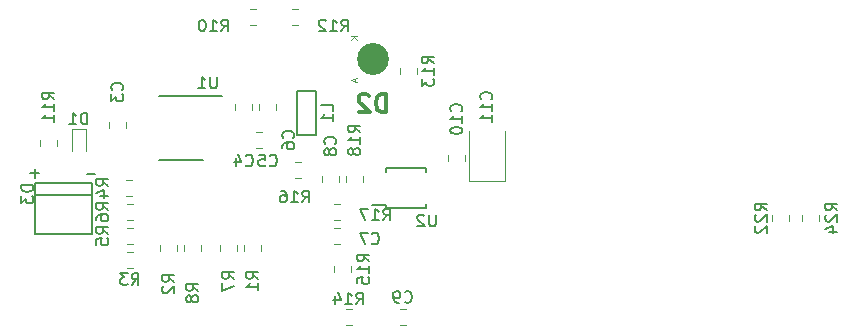
<source format=gbr>
%TF.GenerationSoftware,KiCad,Pcbnew,7.0.5.1-1-g8f565ef7f0-dirty-deb11*%
%TF.CreationDate,2023-07-05T14:45:51+00:00*%
%TF.ProjectId,VCAI2C02,56434149-3243-4303-922e-6b696361645f,rev?*%
%TF.SameCoordinates,Original*%
%TF.FileFunction,Legend,Bot*%
%TF.FilePolarity,Positive*%
%FSLAX46Y46*%
G04 Gerber Fmt 4.6, Leading zero omitted, Abs format (unit mm)*
G04 Created by KiCad (PCBNEW 7.0.5.1-1-g8f565ef7f0-dirty-deb11) date 2023-07-05 14:45:51*
%MOMM*%
%LPD*%
G01*
G04 APERTURE LIST*
%ADD10C,0.150000*%
%ADD11C,0.304800*%
%ADD12C,0.099060*%
%ADD13C,0.120000*%
%ADD14C,2.700000*%
G04 APERTURE END LIST*
D10*
%TO.C,D3*%
X-3609180Y-10437905D02*
X-4609180Y-10437905D01*
X-4609180Y-10437905D02*
X-4609180Y-10676000D01*
X-4609180Y-10676000D02*
X-4561561Y-10818857D01*
X-4561561Y-10818857D02*
X-4466323Y-10914095D01*
X-4466323Y-10914095D02*
X-4371085Y-10961714D01*
X-4371085Y-10961714D02*
X-4180609Y-11009333D01*
X-4180609Y-11009333D02*
X-4037752Y-11009333D01*
X-4037752Y-11009333D02*
X-3847276Y-10961714D01*
X-3847276Y-10961714D02*
X-3752038Y-10914095D01*
X-3752038Y-10914095D02*
X-3656800Y-10818857D01*
X-3656800Y-10818857D02*
X-3609180Y-10676000D01*
X-3609180Y-10676000D02*
X-3609180Y-10437905D01*
X-4609180Y-11342667D02*
X-4609180Y-11961714D01*
X-4609180Y-11961714D02*
X-4228228Y-11628381D01*
X-4228228Y-11628381D02*
X-4228228Y-11771238D01*
X-4228228Y-11771238D02*
X-4180609Y-11866476D01*
X-4180609Y-11866476D02*
X-4132990Y-11914095D01*
X-4132990Y-11914095D02*
X-4037752Y-11961714D01*
X-4037752Y-11961714D02*
X-3799657Y-11961714D01*
X-3799657Y-11961714D02*
X-3704419Y-11914095D01*
X-3704419Y-11914095D02*
X-3656800Y-11866476D01*
X-3656800Y-11866476D02*
X-3609180Y-11771238D01*
X-3609180Y-11771238D02*
X-3609180Y-11485524D01*
X-3609180Y-11485524D02*
X-3656800Y-11390286D01*
X-3656800Y-11390286D02*
X-3704419Y-11342667D01*
%TO.C,L1*%
X21790819Y-4151333D02*
X21790819Y-3675143D01*
X21790819Y-3675143D02*
X20790819Y-3675143D01*
X21790819Y-5008476D02*
X21790819Y-4437048D01*
X21790819Y-4722762D02*
X20790819Y-4722762D01*
X20790819Y-4722762D02*
X20933676Y-4627524D01*
X20933676Y-4627524D02*
X21028914Y-4532286D01*
X21028914Y-4532286D02*
X21076533Y-4437048D01*
%TO.C,U1*%
X11937904Y-1232819D02*
X11937904Y-2042342D01*
X11937904Y-2042342D02*
X11890285Y-2137580D01*
X11890285Y-2137580D02*
X11842666Y-2185200D01*
X11842666Y-2185200D02*
X11747428Y-2232819D01*
X11747428Y-2232819D02*
X11556952Y-2232819D01*
X11556952Y-2232819D02*
X11461714Y-2185200D01*
X11461714Y-2185200D02*
X11414095Y-2137580D01*
X11414095Y-2137580D02*
X11366476Y-2042342D01*
X11366476Y-2042342D02*
X11366476Y-1232819D01*
X10366476Y-2232819D02*
X10937904Y-2232819D01*
X10652190Y-2232819D02*
X10652190Y-1232819D01*
X10652190Y-1232819D02*
X10747428Y-1375676D01*
X10747428Y-1375676D02*
X10842666Y-1470914D01*
X10842666Y-1470914D02*
X10937904Y-1518533D01*
%TO.C,U2*%
X30479904Y-12916819D02*
X30479904Y-13726342D01*
X30479904Y-13726342D02*
X30432285Y-13821580D01*
X30432285Y-13821580D02*
X30384666Y-13869200D01*
X30384666Y-13869200D02*
X30289428Y-13916819D01*
X30289428Y-13916819D02*
X30098952Y-13916819D01*
X30098952Y-13916819D02*
X30003714Y-13869200D01*
X30003714Y-13869200D02*
X29956095Y-13821580D01*
X29956095Y-13821580D02*
X29908476Y-13726342D01*
X29908476Y-13726342D02*
X29908476Y-12916819D01*
X29479904Y-13012057D02*
X29432285Y-12964438D01*
X29432285Y-12964438D02*
X29337047Y-12916819D01*
X29337047Y-12916819D02*
X29098952Y-12916819D01*
X29098952Y-12916819D02*
X29003714Y-12964438D01*
X29003714Y-12964438D02*
X28956095Y-13012057D01*
X28956095Y-13012057D02*
X28908476Y-13107295D01*
X28908476Y-13107295D02*
X28908476Y-13202533D01*
X28908476Y-13202533D02*
X28956095Y-13345390D01*
X28956095Y-13345390D02*
X29527523Y-13916819D01*
X29527523Y-13916819D02*
X28908476Y-13916819D01*
%TO.C,C11*%
X35157580Y-3167142D02*
X35205200Y-3119523D01*
X35205200Y-3119523D02*
X35252819Y-2976666D01*
X35252819Y-2976666D02*
X35252819Y-2881428D01*
X35252819Y-2881428D02*
X35205200Y-2738571D01*
X35205200Y-2738571D02*
X35109961Y-2643333D01*
X35109961Y-2643333D02*
X35014723Y-2595714D01*
X35014723Y-2595714D02*
X34824247Y-2548095D01*
X34824247Y-2548095D02*
X34681390Y-2548095D01*
X34681390Y-2548095D02*
X34490914Y-2595714D01*
X34490914Y-2595714D02*
X34395676Y-2643333D01*
X34395676Y-2643333D02*
X34300438Y-2738571D01*
X34300438Y-2738571D02*
X34252819Y-2881428D01*
X34252819Y-2881428D02*
X34252819Y-2976666D01*
X34252819Y-2976666D02*
X34300438Y-3119523D01*
X34300438Y-3119523D02*
X34348057Y-3167142D01*
X35252819Y-4119523D02*
X35252819Y-3548095D01*
X35252819Y-3833809D02*
X34252819Y-3833809D01*
X34252819Y-3833809D02*
X34395676Y-3738571D01*
X34395676Y-3738571D02*
X34490914Y-3643333D01*
X34490914Y-3643333D02*
X34538533Y-3548095D01*
X35252819Y-5071904D02*
X35252819Y-4500476D01*
X35252819Y-4786190D02*
X34252819Y-4786190D01*
X34252819Y-4786190D02*
X34395676Y-4690952D01*
X34395676Y-4690952D02*
X34490914Y-4595714D01*
X34490914Y-4595714D02*
X34538533Y-4500476D01*
%TO.C,R1*%
X15440819Y-18375333D02*
X14964628Y-18042000D01*
X15440819Y-17803905D02*
X14440819Y-17803905D01*
X14440819Y-17803905D02*
X14440819Y-18184857D01*
X14440819Y-18184857D02*
X14488438Y-18280095D01*
X14488438Y-18280095D02*
X14536057Y-18327714D01*
X14536057Y-18327714D02*
X14631295Y-18375333D01*
X14631295Y-18375333D02*
X14774152Y-18375333D01*
X14774152Y-18375333D02*
X14869390Y-18327714D01*
X14869390Y-18327714D02*
X14917009Y-18280095D01*
X14917009Y-18280095D02*
X14964628Y-18184857D01*
X14964628Y-18184857D02*
X14964628Y-17803905D01*
X15440819Y-19327714D02*
X15440819Y-18756286D01*
X15440819Y-19042000D02*
X14440819Y-19042000D01*
X14440819Y-19042000D02*
X14583676Y-18946762D01*
X14583676Y-18946762D02*
X14678914Y-18851524D01*
X14678914Y-18851524D02*
X14726533Y-18756286D01*
%TO.C,R7*%
X13408819Y-18375333D02*
X12932628Y-18042000D01*
X13408819Y-17803905D02*
X12408819Y-17803905D01*
X12408819Y-17803905D02*
X12408819Y-18184857D01*
X12408819Y-18184857D02*
X12456438Y-18280095D01*
X12456438Y-18280095D02*
X12504057Y-18327714D01*
X12504057Y-18327714D02*
X12599295Y-18375333D01*
X12599295Y-18375333D02*
X12742152Y-18375333D01*
X12742152Y-18375333D02*
X12837390Y-18327714D01*
X12837390Y-18327714D02*
X12885009Y-18280095D01*
X12885009Y-18280095D02*
X12932628Y-18184857D01*
X12932628Y-18184857D02*
X12932628Y-17803905D01*
X12408819Y-18708667D02*
X12408819Y-19375333D01*
X12408819Y-19375333D02*
X13408819Y-18946762D01*
%TO.C,R8*%
X10360819Y-19391333D02*
X9884628Y-19058000D01*
X10360819Y-18819905D02*
X9360819Y-18819905D01*
X9360819Y-18819905D02*
X9360819Y-19200857D01*
X9360819Y-19200857D02*
X9408438Y-19296095D01*
X9408438Y-19296095D02*
X9456057Y-19343714D01*
X9456057Y-19343714D02*
X9551295Y-19391333D01*
X9551295Y-19391333D02*
X9694152Y-19391333D01*
X9694152Y-19391333D02*
X9789390Y-19343714D01*
X9789390Y-19343714D02*
X9837009Y-19296095D01*
X9837009Y-19296095D02*
X9884628Y-19200857D01*
X9884628Y-19200857D02*
X9884628Y-18819905D01*
X9789390Y-19962762D02*
X9741771Y-19867524D01*
X9741771Y-19867524D02*
X9694152Y-19819905D01*
X9694152Y-19819905D02*
X9598914Y-19772286D01*
X9598914Y-19772286D02*
X9551295Y-19772286D01*
X9551295Y-19772286D02*
X9456057Y-19819905D01*
X9456057Y-19819905D02*
X9408438Y-19867524D01*
X9408438Y-19867524D02*
X9360819Y-19962762D01*
X9360819Y-19962762D02*
X9360819Y-20153238D01*
X9360819Y-20153238D02*
X9408438Y-20248476D01*
X9408438Y-20248476D02*
X9456057Y-20296095D01*
X9456057Y-20296095D02*
X9551295Y-20343714D01*
X9551295Y-20343714D02*
X9598914Y-20343714D01*
X9598914Y-20343714D02*
X9694152Y-20296095D01*
X9694152Y-20296095D02*
X9741771Y-20248476D01*
X9741771Y-20248476D02*
X9789390Y-20153238D01*
X9789390Y-20153238D02*
X9789390Y-19962762D01*
X9789390Y-19962762D02*
X9837009Y-19867524D01*
X9837009Y-19867524D02*
X9884628Y-19819905D01*
X9884628Y-19819905D02*
X9979866Y-19772286D01*
X9979866Y-19772286D02*
X10170342Y-19772286D01*
X10170342Y-19772286D02*
X10265580Y-19819905D01*
X10265580Y-19819905D02*
X10313200Y-19867524D01*
X10313200Y-19867524D02*
X10360819Y-19962762D01*
X10360819Y-19962762D02*
X10360819Y-20153238D01*
X10360819Y-20153238D02*
X10313200Y-20248476D01*
X10313200Y-20248476D02*
X10265580Y-20296095D01*
X10265580Y-20296095D02*
X10170342Y-20343714D01*
X10170342Y-20343714D02*
X9979866Y-20343714D01*
X9979866Y-20343714D02*
X9884628Y-20296095D01*
X9884628Y-20296095D02*
X9837009Y-20248476D01*
X9837009Y-20248476D02*
X9789390Y-20153238D01*
D11*
%TO.C,D2*%
X26270856Y-4245181D02*
X26270856Y-2721181D01*
X26270856Y-2721181D02*
X25907999Y-2721181D01*
X25907999Y-2721181D02*
X25690285Y-2793752D01*
X25690285Y-2793752D02*
X25545142Y-2938895D01*
X25545142Y-2938895D02*
X25472571Y-3084038D01*
X25472571Y-3084038D02*
X25399999Y-3374324D01*
X25399999Y-3374324D02*
X25399999Y-3592038D01*
X25399999Y-3592038D02*
X25472571Y-3882324D01*
X25472571Y-3882324D02*
X25545142Y-4027467D01*
X25545142Y-4027467D02*
X25690285Y-4172610D01*
X25690285Y-4172610D02*
X25907999Y-4245181D01*
X25907999Y-4245181D02*
X26270856Y-4245181D01*
X24819428Y-2866324D02*
X24746856Y-2793752D01*
X24746856Y-2793752D02*
X24601714Y-2721181D01*
X24601714Y-2721181D02*
X24238856Y-2721181D01*
X24238856Y-2721181D02*
X24093714Y-2793752D01*
X24093714Y-2793752D02*
X24021142Y-2866324D01*
X24021142Y-2866324D02*
X23948571Y-3011467D01*
X23948571Y-3011467D02*
X23948571Y-3156610D01*
X23948571Y-3156610D02*
X24021142Y-3374324D01*
X24021142Y-3374324D02*
X24891999Y-4245181D01*
X24891999Y-4245181D02*
X23948571Y-4245181D01*
D12*
X23679967Y-1427722D02*
X23679967Y-1665998D01*
X23822933Y-1380067D02*
X23322553Y-1546860D01*
X23322553Y-1546860D02*
X23822933Y-1713653D01*
X23822933Y2185911D02*
X23322553Y2185911D01*
X23822933Y1899980D02*
X23537002Y2114429D01*
X23322553Y1899980D02*
X23608485Y2185911D01*
D10*
%TO.C,D1*%
X992094Y-5280819D02*
X992094Y-4280819D01*
X992094Y-4280819D02*
X753999Y-4280819D01*
X753999Y-4280819D02*
X611142Y-4328438D01*
X611142Y-4328438D02*
X515904Y-4423676D01*
X515904Y-4423676D02*
X468285Y-4518914D01*
X468285Y-4518914D02*
X420666Y-4709390D01*
X420666Y-4709390D02*
X420666Y-4852247D01*
X420666Y-4852247D02*
X468285Y-5042723D01*
X468285Y-5042723D02*
X515904Y-5137961D01*
X515904Y-5137961D02*
X611142Y-5233200D01*
X611142Y-5233200D02*
X753999Y-5280819D01*
X753999Y-5280819D02*
X992094Y-5280819D01*
X-531714Y-5280819D02*
X39713Y-5280819D01*
X-246000Y-5280819D02*
X-246000Y-4280819D01*
X-246000Y-4280819D02*
X-150762Y-4423676D01*
X-150762Y-4423676D02*
X-55524Y-4518914D01*
X-55524Y-4518914D02*
X39713Y-4566533D01*
%TO.C,C3*%
X3915580Y-2373333D02*
X3963200Y-2325714D01*
X3963200Y-2325714D02*
X4010819Y-2182857D01*
X4010819Y-2182857D02*
X4010819Y-2087619D01*
X4010819Y-2087619D02*
X3963200Y-1944762D01*
X3963200Y-1944762D02*
X3867961Y-1849524D01*
X3867961Y-1849524D02*
X3772723Y-1801905D01*
X3772723Y-1801905D02*
X3582247Y-1754286D01*
X3582247Y-1754286D02*
X3439390Y-1754286D01*
X3439390Y-1754286D02*
X3248914Y-1801905D01*
X3248914Y-1801905D02*
X3153676Y-1849524D01*
X3153676Y-1849524D02*
X3058438Y-1944762D01*
X3058438Y-1944762D02*
X3010819Y-2087619D01*
X3010819Y-2087619D02*
X3010819Y-2182857D01*
X3010819Y-2182857D02*
X3058438Y-2325714D01*
X3058438Y-2325714D02*
X3106057Y-2373333D01*
X3010819Y-2706667D02*
X3010819Y-3325714D01*
X3010819Y-3325714D02*
X3391771Y-2992381D01*
X3391771Y-2992381D02*
X3391771Y-3135238D01*
X3391771Y-3135238D02*
X3439390Y-3230476D01*
X3439390Y-3230476D02*
X3487009Y-3278095D01*
X3487009Y-3278095D02*
X3582247Y-3325714D01*
X3582247Y-3325714D02*
X3820342Y-3325714D01*
X3820342Y-3325714D02*
X3915580Y-3278095D01*
X3915580Y-3278095D02*
X3963200Y-3230476D01*
X3963200Y-3230476D02*
X4010819Y-3135238D01*
X4010819Y-3135238D02*
X4010819Y-2849524D01*
X4010819Y-2849524D02*
X3963200Y-2754286D01*
X3963200Y-2754286D02*
X3915580Y-2706667D01*
%TO.C,C4*%
X14390666Y-8741580D02*
X14438285Y-8789200D01*
X14438285Y-8789200D02*
X14581142Y-8836819D01*
X14581142Y-8836819D02*
X14676380Y-8836819D01*
X14676380Y-8836819D02*
X14819237Y-8789200D01*
X14819237Y-8789200D02*
X14914475Y-8693961D01*
X14914475Y-8693961D02*
X14962094Y-8598723D01*
X14962094Y-8598723D02*
X15009713Y-8408247D01*
X15009713Y-8408247D02*
X15009713Y-8265390D01*
X15009713Y-8265390D02*
X14962094Y-8074914D01*
X14962094Y-8074914D02*
X14914475Y-7979676D01*
X14914475Y-7979676D02*
X14819237Y-7884438D01*
X14819237Y-7884438D02*
X14676380Y-7836819D01*
X14676380Y-7836819D02*
X14581142Y-7836819D01*
X14581142Y-7836819D02*
X14438285Y-7884438D01*
X14438285Y-7884438D02*
X14390666Y-7932057D01*
X13533523Y-8170152D02*
X13533523Y-8836819D01*
X13771618Y-7789200D02*
X14009713Y-8503485D01*
X14009713Y-8503485D02*
X13390666Y-8503485D01*
%TO.C,C5*%
X16422666Y-8741580D02*
X16470285Y-8789200D01*
X16470285Y-8789200D02*
X16613142Y-8836819D01*
X16613142Y-8836819D02*
X16708380Y-8836819D01*
X16708380Y-8836819D02*
X16851237Y-8789200D01*
X16851237Y-8789200D02*
X16946475Y-8693961D01*
X16946475Y-8693961D02*
X16994094Y-8598723D01*
X16994094Y-8598723D02*
X17041713Y-8408247D01*
X17041713Y-8408247D02*
X17041713Y-8265390D01*
X17041713Y-8265390D02*
X16994094Y-8074914D01*
X16994094Y-8074914D02*
X16946475Y-7979676D01*
X16946475Y-7979676D02*
X16851237Y-7884438D01*
X16851237Y-7884438D02*
X16708380Y-7836819D01*
X16708380Y-7836819D02*
X16613142Y-7836819D01*
X16613142Y-7836819D02*
X16470285Y-7884438D01*
X16470285Y-7884438D02*
X16422666Y-7932057D01*
X15517904Y-7836819D02*
X15994094Y-7836819D01*
X15994094Y-7836819D02*
X16041713Y-8313009D01*
X16041713Y-8313009D02*
X15994094Y-8265390D01*
X15994094Y-8265390D02*
X15898856Y-8217771D01*
X15898856Y-8217771D02*
X15660761Y-8217771D01*
X15660761Y-8217771D02*
X15565523Y-8265390D01*
X15565523Y-8265390D02*
X15517904Y-8313009D01*
X15517904Y-8313009D02*
X15470285Y-8408247D01*
X15470285Y-8408247D02*
X15470285Y-8646342D01*
X15470285Y-8646342D02*
X15517904Y-8741580D01*
X15517904Y-8741580D02*
X15565523Y-8789200D01*
X15565523Y-8789200D02*
X15660761Y-8836819D01*
X15660761Y-8836819D02*
X15898856Y-8836819D01*
X15898856Y-8836819D02*
X15994094Y-8789200D01*
X15994094Y-8789200D02*
X16041713Y-8741580D01*
%TO.C,C6*%
X18393580Y-6437333D02*
X18441200Y-6389714D01*
X18441200Y-6389714D02*
X18488819Y-6246857D01*
X18488819Y-6246857D02*
X18488819Y-6151619D01*
X18488819Y-6151619D02*
X18441200Y-6008762D01*
X18441200Y-6008762D02*
X18345961Y-5913524D01*
X18345961Y-5913524D02*
X18250723Y-5865905D01*
X18250723Y-5865905D02*
X18060247Y-5818286D01*
X18060247Y-5818286D02*
X17917390Y-5818286D01*
X17917390Y-5818286D02*
X17726914Y-5865905D01*
X17726914Y-5865905D02*
X17631676Y-5913524D01*
X17631676Y-5913524D02*
X17536438Y-6008762D01*
X17536438Y-6008762D02*
X17488819Y-6151619D01*
X17488819Y-6151619D02*
X17488819Y-6246857D01*
X17488819Y-6246857D02*
X17536438Y-6389714D01*
X17536438Y-6389714D02*
X17584057Y-6437333D01*
X17488819Y-7294476D02*
X17488819Y-7104000D01*
X17488819Y-7104000D02*
X17536438Y-7008762D01*
X17536438Y-7008762D02*
X17584057Y-6961143D01*
X17584057Y-6961143D02*
X17726914Y-6865905D01*
X17726914Y-6865905D02*
X17917390Y-6818286D01*
X17917390Y-6818286D02*
X18298342Y-6818286D01*
X18298342Y-6818286D02*
X18393580Y-6865905D01*
X18393580Y-6865905D02*
X18441200Y-6913524D01*
X18441200Y-6913524D02*
X18488819Y-7008762D01*
X18488819Y-7008762D02*
X18488819Y-7199238D01*
X18488819Y-7199238D02*
X18441200Y-7294476D01*
X18441200Y-7294476D02*
X18393580Y-7342095D01*
X18393580Y-7342095D02*
X18298342Y-7389714D01*
X18298342Y-7389714D02*
X18060247Y-7389714D01*
X18060247Y-7389714D02*
X17965009Y-7342095D01*
X17965009Y-7342095D02*
X17917390Y-7294476D01*
X17917390Y-7294476D02*
X17869771Y-7199238D01*
X17869771Y-7199238D02*
X17869771Y-7008762D01*
X17869771Y-7008762D02*
X17917390Y-6913524D01*
X17917390Y-6913524D02*
X17965009Y-6865905D01*
X17965009Y-6865905D02*
X18060247Y-6818286D01*
%TO.C,C7*%
X25058666Y-15345580D02*
X25106285Y-15393200D01*
X25106285Y-15393200D02*
X25249142Y-15440819D01*
X25249142Y-15440819D02*
X25344380Y-15440819D01*
X25344380Y-15440819D02*
X25487237Y-15393200D01*
X25487237Y-15393200D02*
X25582475Y-15297961D01*
X25582475Y-15297961D02*
X25630094Y-15202723D01*
X25630094Y-15202723D02*
X25677713Y-15012247D01*
X25677713Y-15012247D02*
X25677713Y-14869390D01*
X25677713Y-14869390D02*
X25630094Y-14678914D01*
X25630094Y-14678914D02*
X25582475Y-14583676D01*
X25582475Y-14583676D02*
X25487237Y-14488438D01*
X25487237Y-14488438D02*
X25344380Y-14440819D01*
X25344380Y-14440819D02*
X25249142Y-14440819D01*
X25249142Y-14440819D02*
X25106285Y-14488438D01*
X25106285Y-14488438D02*
X25058666Y-14536057D01*
X24725332Y-14440819D02*
X24058666Y-14440819D01*
X24058666Y-14440819D02*
X24487237Y-15440819D01*
%TO.C,C8*%
X21949580Y-6945333D02*
X21997200Y-6897714D01*
X21997200Y-6897714D02*
X22044819Y-6754857D01*
X22044819Y-6754857D02*
X22044819Y-6659619D01*
X22044819Y-6659619D02*
X21997200Y-6516762D01*
X21997200Y-6516762D02*
X21901961Y-6421524D01*
X21901961Y-6421524D02*
X21806723Y-6373905D01*
X21806723Y-6373905D02*
X21616247Y-6326286D01*
X21616247Y-6326286D02*
X21473390Y-6326286D01*
X21473390Y-6326286D02*
X21282914Y-6373905D01*
X21282914Y-6373905D02*
X21187676Y-6421524D01*
X21187676Y-6421524D02*
X21092438Y-6516762D01*
X21092438Y-6516762D02*
X21044819Y-6659619D01*
X21044819Y-6659619D02*
X21044819Y-6754857D01*
X21044819Y-6754857D02*
X21092438Y-6897714D01*
X21092438Y-6897714D02*
X21140057Y-6945333D01*
X21473390Y-7516762D02*
X21425771Y-7421524D01*
X21425771Y-7421524D02*
X21378152Y-7373905D01*
X21378152Y-7373905D02*
X21282914Y-7326286D01*
X21282914Y-7326286D02*
X21235295Y-7326286D01*
X21235295Y-7326286D02*
X21140057Y-7373905D01*
X21140057Y-7373905D02*
X21092438Y-7421524D01*
X21092438Y-7421524D02*
X21044819Y-7516762D01*
X21044819Y-7516762D02*
X21044819Y-7707238D01*
X21044819Y-7707238D02*
X21092438Y-7802476D01*
X21092438Y-7802476D02*
X21140057Y-7850095D01*
X21140057Y-7850095D02*
X21235295Y-7897714D01*
X21235295Y-7897714D02*
X21282914Y-7897714D01*
X21282914Y-7897714D02*
X21378152Y-7850095D01*
X21378152Y-7850095D02*
X21425771Y-7802476D01*
X21425771Y-7802476D02*
X21473390Y-7707238D01*
X21473390Y-7707238D02*
X21473390Y-7516762D01*
X21473390Y-7516762D02*
X21521009Y-7421524D01*
X21521009Y-7421524D02*
X21568628Y-7373905D01*
X21568628Y-7373905D02*
X21663866Y-7326286D01*
X21663866Y-7326286D02*
X21854342Y-7326286D01*
X21854342Y-7326286D02*
X21949580Y-7373905D01*
X21949580Y-7373905D02*
X21997200Y-7421524D01*
X21997200Y-7421524D02*
X22044819Y-7516762D01*
X22044819Y-7516762D02*
X22044819Y-7707238D01*
X22044819Y-7707238D02*
X21997200Y-7802476D01*
X21997200Y-7802476D02*
X21949580Y-7850095D01*
X21949580Y-7850095D02*
X21854342Y-7897714D01*
X21854342Y-7897714D02*
X21663866Y-7897714D01*
X21663866Y-7897714D02*
X21568628Y-7850095D01*
X21568628Y-7850095D02*
X21521009Y-7802476D01*
X21521009Y-7802476D02*
X21473390Y-7707238D01*
%TO.C,C9*%
X27852666Y-20299580D02*
X27900285Y-20347200D01*
X27900285Y-20347200D02*
X28043142Y-20394819D01*
X28043142Y-20394819D02*
X28138380Y-20394819D01*
X28138380Y-20394819D02*
X28281237Y-20347200D01*
X28281237Y-20347200D02*
X28376475Y-20251961D01*
X28376475Y-20251961D02*
X28424094Y-20156723D01*
X28424094Y-20156723D02*
X28471713Y-19966247D01*
X28471713Y-19966247D02*
X28471713Y-19823390D01*
X28471713Y-19823390D02*
X28424094Y-19632914D01*
X28424094Y-19632914D02*
X28376475Y-19537676D01*
X28376475Y-19537676D02*
X28281237Y-19442438D01*
X28281237Y-19442438D02*
X28138380Y-19394819D01*
X28138380Y-19394819D02*
X28043142Y-19394819D01*
X28043142Y-19394819D02*
X27900285Y-19442438D01*
X27900285Y-19442438D02*
X27852666Y-19490057D01*
X27376475Y-20394819D02*
X27185999Y-20394819D01*
X27185999Y-20394819D02*
X27090761Y-20347200D01*
X27090761Y-20347200D02*
X27043142Y-20299580D01*
X27043142Y-20299580D02*
X26947904Y-20156723D01*
X26947904Y-20156723D02*
X26900285Y-19966247D01*
X26900285Y-19966247D02*
X26900285Y-19585295D01*
X26900285Y-19585295D02*
X26947904Y-19490057D01*
X26947904Y-19490057D02*
X26995523Y-19442438D01*
X26995523Y-19442438D02*
X27090761Y-19394819D01*
X27090761Y-19394819D02*
X27281237Y-19394819D01*
X27281237Y-19394819D02*
X27376475Y-19442438D01*
X27376475Y-19442438D02*
X27424094Y-19490057D01*
X27424094Y-19490057D02*
X27471713Y-19585295D01*
X27471713Y-19585295D02*
X27471713Y-19823390D01*
X27471713Y-19823390D02*
X27424094Y-19918628D01*
X27424094Y-19918628D02*
X27376475Y-19966247D01*
X27376475Y-19966247D02*
X27281237Y-20013866D01*
X27281237Y-20013866D02*
X27090761Y-20013866D01*
X27090761Y-20013866D02*
X26995523Y-19966247D01*
X26995523Y-19966247D02*
X26947904Y-19918628D01*
X26947904Y-19918628D02*
X26900285Y-19823390D01*
%TO.C,C10*%
X32617580Y-4183142D02*
X32665200Y-4135523D01*
X32665200Y-4135523D02*
X32712819Y-3992666D01*
X32712819Y-3992666D02*
X32712819Y-3897428D01*
X32712819Y-3897428D02*
X32665200Y-3754571D01*
X32665200Y-3754571D02*
X32569961Y-3659333D01*
X32569961Y-3659333D02*
X32474723Y-3611714D01*
X32474723Y-3611714D02*
X32284247Y-3564095D01*
X32284247Y-3564095D02*
X32141390Y-3564095D01*
X32141390Y-3564095D02*
X31950914Y-3611714D01*
X31950914Y-3611714D02*
X31855676Y-3659333D01*
X31855676Y-3659333D02*
X31760438Y-3754571D01*
X31760438Y-3754571D02*
X31712819Y-3897428D01*
X31712819Y-3897428D02*
X31712819Y-3992666D01*
X31712819Y-3992666D02*
X31760438Y-4135523D01*
X31760438Y-4135523D02*
X31808057Y-4183142D01*
X32712819Y-5135523D02*
X32712819Y-4564095D01*
X32712819Y-4849809D02*
X31712819Y-4849809D01*
X31712819Y-4849809D02*
X31855676Y-4754571D01*
X31855676Y-4754571D02*
X31950914Y-4659333D01*
X31950914Y-4659333D02*
X31998533Y-4564095D01*
X31712819Y-5754571D02*
X31712819Y-5849809D01*
X31712819Y-5849809D02*
X31760438Y-5945047D01*
X31760438Y-5945047D02*
X31808057Y-5992666D01*
X31808057Y-5992666D02*
X31903295Y-6040285D01*
X31903295Y-6040285D02*
X32093771Y-6087904D01*
X32093771Y-6087904D02*
X32331866Y-6087904D01*
X32331866Y-6087904D02*
X32522342Y-6040285D01*
X32522342Y-6040285D02*
X32617580Y-5992666D01*
X32617580Y-5992666D02*
X32665200Y-5945047D01*
X32665200Y-5945047D02*
X32712819Y-5849809D01*
X32712819Y-5849809D02*
X32712819Y-5754571D01*
X32712819Y-5754571D02*
X32665200Y-5659333D01*
X32665200Y-5659333D02*
X32617580Y-5611714D01*
X32617580Y-5611714D02*
X32522342Y-5564095D01*
X32522342Y-5564095D02*
X32331866Y-5516476D01*
X32331866Y-5516476D02*
X32093771Y-5516476D01*
X32093771Y-5516476D02*
X31903295Y-5564095D01*
X31903295Y-5564095D02*
X31808057Y-5611714D01*
X31808057Y-5611714D02*
X31760438Y-5659333D01*
X31760438Y-5659333D02*
X31712819Y-5754571D01*
%TO.C,R3*%
X4738666Y-18868819D02*
X5071999Y-18392628D01*
X5310094Y-18868819D02*
X5310094Y-17868819D01*
X5310094Y-17868819D02*
X4929142Y-17868819D01*
X4929142Y-17868819D02*
X4833904Y-17916438D01*
X4833904Y-17916438D02*
X4786285Y-17964057D01*
X4786285Y-17964057D02*
X4738666Y-18059295D01*
X4738666Y-18059295D02*
X4738666Y-18202152D01*
X4738666Y-18202152D02*
X4786285Y-18297390D01*
X4786285Y-18297390D02*
X4833904Y-18345009D01*
X4833904Y-18345009D02*
X4929142Y-18392628D01*
X4929142Y-18392628D02*
X5310094Y-18392628D01*
X4405332Y-17868819D02*
X3786285Y-17868819D01*
X3786285Y-17868819D02*
X4119618Y-18249771D01*
X4119618Y-18249771D02*
X3976761Y-18249771D01*
X3976761Y-18249771D02*
X3881523Y-18297390D01*
X3881523Y-18297390D02*
X3833904Y-18345009D01*
X3833904Y-18345009D02*
X3786285Y-18440247D01*
X3786285Y-18440247D02*
X3786285Y-18678342D01*
X3786285Y-18678342D02*
X3833904Y-18773580D01*
X3833904Y-18773580D02*
X3881523Y-18821200D01*
X3881523Y-18821200D02*
X3976761Y-18868819D01*
X3976761Y-18868819D02*
X4262475Y-18868819D01*
X4262475Y-18868819D02*
X4357713Y-18821200D01*
X4357713Y-18821200D02*
X4405332Y-18773580D01*
%TO.C,R10*%
X12326857Y2593180D02*
X12660190Y3069371D01*
X12898285Y2593180D02*
X12898285Y3593180D01*
X12898285Y3593180D02*
X12517333Y3593180D01*
X12517333Y3593180D02*
X12422095Y3545561D01*
X12422095Y3545561D02*
X12374476Y3497942D01*
X12374476Y3497942D02*
X12326857Y3402704D01*
X12326857Y3402704D02*
X12326857Y3259847D01*
X12326857Y3259847D02*
X12374476Y3164609D01*
X12374476Y3164609D02*
X12422095Y3116990D01*
X12422095Y3116990D02*
X12517333Y3069371D01*
X12517333Y3069371D02*
X12898285Y3069371D01*
X11374476Y2593180D02*
X11945904Y2593180D01*
X11660190Y2593180D02*
X11660190Y3593180D01*
X11660190Y3593180D02*
X11755428Y3450323D01*
X11755428Y3450323D02*
X11850666Y3355085D01*
X11850666Y3355085D02*
X11945904Y3307466D01*
X10755428Y3593180D02*
X10660190Y3593180D01*
X10660190Y3593180D02*
X10564952Y3545561D01*
X10564952Y3545561D02*
X10517333Y3497942D01*
X10517333Y3497942D02*
X10469714Y3402704D01*
X10469714Y3402704D02*
X10422095Y3212228D01*
X10422095Y3212228D02*
X10422095Y2974133D01*
X10422095Y2974133D02*
X10469714Y2783657D01*
X10469714Y2783657D02*
X10517333Y2688419D01*
X10517333Y2688419D02*
X10564952Y2640800D01*
X10564952Y2640800D02*
X10660190Y2593180D01*
X10660190Y2593180D02*
X10755428Y2593180D01*
X10755428Y2593180D02*
X10850666Y2640800D01*
X10850666Y2640800D02*
X10898285Y2688419D01*
X10898285Y2688419D02*
X10945904Y2783657D01*
X10945904Y2783657D02*
X10993523Y2974133D01*
X10993523Y2974133D02*
X10993523Y3212228D01*
X10993523Y3212228D02*
X10945904Y3402704D01*
X10945904Y3402704D02*
X10898285Y3497942D01*
X10898285Y3497942D02*
X10850666Y3545561D01*
X10850666Y3545561D02*
X10755428Y3593180D01*
%TO.C,R11*%
X-1831180Y-3167142D02*
X-2307371Y-2833809D01*
X-1831180Y-2595714D02*
X-2831180Y-2595714D01*
X-2831180Y-2595714D02*
X-2831180Y-2976666D01*
X-2831180Y-2976666D02*
X-2783561Y-3071904D01*
X-2783561Y-3071904D02*
X-2735942Y-3119523D01*
X-2735942Y-3119523D02*
X-2640704Y-3167142D01*
X-2640704Y-3167142D02*
X-2497847Y-3167142D01*
X-2497847Y-3167142D02*
X-2402609Y-3119523D01*
X-2402609Y-3119523D02*
X-2354990Y-3071904D01*
X-2354990Y-3071904D02*
X-2307371Y-2976666D01*
X-2307371Y-2976666D02*
X-2307371Y-2595714D01*
X-1831180Y-4119523D02*
X-1831180Y-3548095D01*
X-1831180Y-3833809D02*
X-2831180Y-3833809D01*
X-2831180Y-3833809D02*
X-2688323Y-3738571D01*
X-2688323Y-3738571D02*
X-2593085Y-3643333D01*
X-2593085Y-3643333D02*
X-2545466Y-3548095D01*
X-1831180Y-5071904D02*
X-1831180Y-4500476D01*
X-1831180Y-4786190D02*
X-2831180Y-4786190D01*
X-2831180Y-4786190D02*
X-2688323Y-4690952D01*
X-2688323Y-4690952D02*
X-2593085Y-4595714D01*
X-2593085Y-4595714D02*
X-2545466Y-4500476D01*
%TO.C,R12*%
X22486857Y2593180D02*
X22820190Y3069371D01*
X23058285Y2593180D02*
X23058285Y3593180D01*
X23058285Y3593180D02*
X22677333Y3593180D01*
X22677333Y3593180D02*
X22582095Y3545561D01*
X22582095Y3545561D02*
X22534476Y3497942D01*
X22534476Y3497942D02*
X22486857Y3402704D01*
X22486857Y3402704D02*
X22486857Y3259847D01*
X22486857Y3259847D02*
X22534476Y3164609D01*
X22534476Y3164609D02*
X22582095Y3116990D01*
X22582095Y3116990D02*
X22677333Y3069371D01*
X22677333Y3069371D02*
X23058285Y3069371D01*
X21534476Y2593180D02*
X22105904Y2593180D01*
X21820190Y2593180D02*
X21820190Y3593180D01*
X21820190Y3593180D02*
X21915428Y3450323D01*
X21915428Y3450323D02*
X22010666Y3355085D01*
X22010666Y3355085D02*
X22105904Y3307466D01*
X21153523Y3497942D02*
X21105904Y3545561D01*
X21105904Y3545561D02*
X21010666Y3593180D01*
X21010666Y3593180D02*
X20772571Y3593180D01*
X20772571Y3593180D02*
X20677333Y3545561D01*
X20677333Y3545561D02*
X20629714Y3497942D01*
X20629714Y3497942D02*
X20582095Y3402704D01*
X20582095Y3402704D02*
X20582095Y3307466D01*
X20582095Y3307466D02*
X20629714Y3164609D01*
X20629714Y3164609D02*
X21201142Y2593180D01*
X21201142Y2593180D02*
X20582095Y2593180D01*
%TO.C,R13*%
X30298819Y-119142D02*
X29822628Y214190D01*
X30298819Y452285D02*
X29298819Y452285D01*
X29298819Y452285D02*
X29298819Y71333D01*
X29298819Y71333D02*
X29346438Y-23904D01*
X29346438Y-23904D02*
X29394057Y-71523D01*
X29394057Y-71523D02*
X29489295Y-119142D01*
X29489295Y-119142D02*
X29632152Y-119142D01*
X29632152Y-119142D02*
X29727390Y-71523D01*
X29727390Y-71523D02*
X29775009Y-23904D01*
X29775009Y-23904D02*
X29822628Y71333D01*
X29822628Y71333D02*
X29822628Y452285D01*
X30298819Y-1071523D02*
X30298819Y-500095D01*
X30298819Y-785809D02*
X29298819Y-785809D01*
X29298819Y-785809D02*
X29441676Y-690571D01*
X29441676Y-690571D02*
X29536914Y-595333D01*
X29536914Y-595333D02*
X29584533Y-500095D01*
X29298819Y-1404857D02*
X29298819Y-2023904D01*
X29298819Y-2023904D02*
X29679771Y-1690571D01*
X29679771Y-1690571D02*
X29679771Y-1833428D01*
X29679771Y-1833428D02*
X29727390Y-1928666D01*
X29727390Y-1928666D02*
X29775009Y-1976285D01*
X29775009Y-1976285D02*
X29870247Y-2023904D01*
X29870247Y-2023904D02*
X30108342Y-2023904D01*
X30108342Y-2023904D02*
X30203580Y-1976285D01*
X30203580Y-1976285D02*
X30251200Y-1928666D01*
X30251200Y-1928666D02*
X30298819Y-1833428D01*
X30298819Y-1833428D02*
X30298819Y-1547714D01*
X30298819Y-1547714D02*
X30251200Y-1452476D01*
X30251200Y-1452476D02*
X30203580Y-1404857D01*
%TO.C,R14*%
X23756857Y-20520819D02*
X24090190Y-20044628D01*
X24328285Y-20520819D02*
X24328285Y-19520819D01*
X24328285Y-19520819D02*
X23947333Y-19520819D01*
X23947333Y-19520819D02*
X23852095Y-19568438D01*
X23852095Y-19568438D02*
X23804476Y-19616057D01*
X23804476Y-19616057D02*
X23756857Y-19711295D01*
X23756857Y-19711295D02*
X23756857Y-19854152D01*
X23756857Y-19854152D02*
X23804476Y-19949390D01*
X23804476Y-19949390D02*
X23852095Y-19997009D01*
X23852095Y-19997009D02*
X23947333Y-20044628D01*
X23947333Y-20044628D02*
X24328285Y-20044628D01*
X22804476Y-20520819D02*
X23375904Y-20520819D01*
X23090190Y-20520819D02*
X23090190Y-19520819D01*
X23090190Y-19520819D02*
X23185428Y-19663676D01*
X23185428Y-19663676D02*
X23280666Y-19758914D01*
X23280666Y-19758914D02*
X23375904Y-19806533D01*
X21947333Y-19854152D02*
X21947333Y-20520819D01*
X22185428Y-19473200D02*
X22423523Y-20187485D01*
X22423523Y-20187485D02*
X21804476Y-20187485D01*
%TO.C,R15*%
X24838819Y-16883142D02*
X24362628Y-16549809D01*
X24838819Y-16311714D02*
X23838819Y-16311714D01*
X23838819Y-16311714D02*
X23838819Y-16692666D01*
X23838819Y-16692666D02*
X23886438Y-16787904D01*
X23886438Y-16787904D02*
X23934057Y-16835523D01*
X23934057Y-16835523D02*
X24029295Y-16883142D01*
X24029295Y-16883142D02*
X24172152Y-16883142D01*
X24172152Y-16883142D02*
X24267390Y-16835523D01*
X24267390Y-16835523D02*
X24315009Y-16787904D01*
X24315009Y-16787904D02*
X24362628Y-16692666D01*
X24362628Y-16692666D02*
X24362628Y-16311714D01*
X24838819Y-17835523D02*
X24838819Y-17264095D01*
X24838819Y-17549809D02*
X23838819Y-17549809D01*
X23838819Y-17549809D02*
X23981676Y-17454571D01*
X23981676Y-17454571D02*
X24076914Y-17359333D01*
X24076914Y-17359333D02*
X24124533Y-17264095D01*
X23838819Y-18740285D02*
X23838819Y-18264095D01*
X23838819Y-18264095D02*
X24315009Y-18216476D01*
X24315009Y-18216476D02*
X24267390Y-18264095D01*
X24267390Y-18264095D02*
X24219771Y-18359333D01*
X24219771Y-18359333D02*
X24219771Y-18597428D01*
X24219771Y-18597428D02*
X24267390Y-18692666D01*
X24267390Y-18692666D02*
X24315009Y-18740285D01*
X24315009Y-18740285D02*
X24410247Y-18787904D01*
X24410247Y-18787904D02*
X24648342Y-18787904D01*
X24648342Y-18787904D02*
X24743580Y-18740285D01*
X24743580Y-18740285D02*
X24791200Y-18692666D01*
X24791200Y-18692666D02*
X24838819Y-18597428D01*
X24838819Y-18597428D02*
X24838819Y-18359333D01*
X24838819Y-18359333D02*
X24791200Y-18264095D01*
X24791200Y-18264095D02*
X24743580Y-18216476D01*
%TO.C,R16*%
X19184857Y-11884819D02*
X19518190Y-11408628D01*
X19756285Y-11884819D02*
X19756285Y-10884819D01*
X19756285Y-10884819D02*
X19375333Y-10884819D01*
X19375333Y-10884819D02*
X19280095Y-10932438D01*
X19280095Y-10932438D02*
X19232476Y-10980057D01*
X19232476Y-10980057D02*
X19184857Y-11075295D01*
X19184857Y-11075295D02*
X19184857Y-11218152D01*
X19184857Y-11218152D02*
X19232476Y-11313390D01*
X19232476Y-11313390D02*
X19280095Y-11361009D01*
X19280095Y-11361009D02*
X19375333Y-11408628D01*
X19375333Y-11408628D02*
X19756285Y-11408628D01*
X18232476Y-11884819D02*
X18803904Y-11884819D01*
X18518190Y-11884819D02*
X18518190Y-10884819D01*
X18518190Y-10884819D02*
X18613428Y-11027676D01*
X18613428Y-11027676D02*
X18708666Y-11122914D01*
X18708666Y-11122914D02*
X18803904Y-11170533D01*
X17375333Y-10884819D02*
X17565809Y-10884819D01*
X17565809Y-10884819D02*
X17661047Y-10932438D01*
X17661047Y-10932438D02*
X17708666Y-10980057D01*
X17708666Y-10980057D02*
X17803904Y-11122914D01*
X17803904Y-11122914D02*
X17851523Y-11313390D01*
X17851523Y-11313390D02*
X17851523Y-11694342D01*
X17851523Y-11694342D02*
X17803904Y-11789580D01*
X17803904Y-11789580D02*
X17756285Y-11837200D01*
X17756285Y-11837200D02*
X17661047Y-11884819D01*
X17661047Y-11884819D02*
X17470571Y-11884819D01*
X17470571Y-11884819D02*
X17375333Y-11837200D01*
X17375333Y-11837200D02*
X17327714Y-11789580D01*
X17327714Y-11789580D02*
X17280095Y-11694342D01*
X17280095Y-11694342D02*
X17280095Y-11456247D01*
X17280095Y-11456247D02*
X17327714Y-11361009D01*
X17327714Y-11361009D02*
X17375333Y-11313390D01*
X17375333Y-11313390D02*
X17470571Y-11265771D01*
X17470571Y-11265771D02*
X17661047Y-11265771D01*
X17661047Y-11265771D02*
X17756285Y-11313390D01*
X17756285Y-11313390D02*
X17803904Y-11361009D01*
X17803904Y-11361009D02*
X17851523Y-11456247D01*
%TO.C,R17*%
X26042857Y-13408819D02*
X26376190Y-12932628D01*
X26614285Y-13408819D02*
X26614285Y-12408819D01*
X26614285Y-12408819D02*
X26233333Y-12408819D01*
X26233333Y-12408819D02*
X26138095Y-12456438D01*
X26138095Y-12456438D02*
X26090476Y-12504057D01*
X26090476Y-12504057D02*
X26042857Y-12599295D01*
X26042857Y-12599295D02*
X26042857Y-12742152D01*
X26042857Y-12742152D02*
X26090476Y-12837390D01*
X26090476Y-12837390D02*
X26138095Y-12885009D01*
X26138095Y-12885009D02*
X26233333Y-12932628D01*
X26233333Y-12932628D02*
X26614285Y-12932628D01*
X25090476Y-13408819D02*
X25661904Y-13408819D01*
X25376190Y-13408819D02*
X25376190Y-12408819D01*
X25376190Y-12408819D02*
X25471428Y-12551676D01*
X25471428Y-12551676D02*
X25566666Y-12646914D01*
X25566666Y-12646914D02*
X25661904Y-12694533D01*
X24757142Y-12408819D02*
X24090476Y-12408819D01*
X24090476Y-12408819D02*
X24519047Y-13408819D01*
%TO.C,R18*%
X24076819Y-5961142D02*
X23600628Y-5627809D01*
X24076819Y-5389714D02*
X23076819Y-5389714D01*
X23076819Y-5389714D02*
X23076819Y-5770666D01*
X23076819Y-5770666D02*
X23124438Y-5865904D01*
X23124438Y-5865904D02*
X23172057Y-5913523D01*
X23172057Y-5913523D02*
X23267295Y-5961142D01*
X23267295Y-5961142D02*
X23410152Y-5961142D01*
X23410152Y-5961142D02*
X23505390Y-5913523D01*
X23505390Y-5913523D02*
X23553009Y-5865904D01*
X23553009Y-5865904D02*
X23600628Y-5770666D01*
X23600628Y-5770666D02*
X23600628Y-5389714D01*
X24076819Y-6913523D02*
X24076819Y-6342095D01*
X24076819Y-6627809D02*
X23076819Y-6627809D01*
X23076819Y-6627809D02*
X23219676Y-6532571D01*
X23219676Y-6532571D02*
X23314914Y-6437333D01*
X23314914Y-6437333D02*
X23362533Y-6342095D01*
X23505390Y-7484952D02*
X23457771Y-7389714D01*
X23457771Y-7389714D02*
X23410152Y-7342095D01*
X23410152Y-7342095D02*
X23314914Y-7294476D01*
X23314914Y-7294476D02*
X23267295Y-7294476D01*
X23267295Y-7294476D02*
X23172057Y-7342095D01*
X23172057Y-7342095D02*
X23124438Y-7389714D01*
X23124438Y-7389714D02*
X23076819Y-7484952D01*
X23076819Y-7484952D02*
X23076819Y-7675428D01*
X23076819Y-7675428D02*
X23124438Y-7770666D01*
X23124438Y-7770666D02*
X23172057Y-7818285D01*
X23172057Y-7818285D02*
X23267295Y-7865904D01*
X23267295Y-7865904D02*
X23314914Y-7865904D01*
X23314914Y-7865904D02*
X23410152Y-7818285D01*
X23410152Y-7818285D02*
X23457771Y-7770666D01*
X23457771Y-7770666D02*
X23505390Y-7675428D01*
X23505390Y-7675428D02*
X23505390Y-7484952D01*
X23505390Y-7484952D02*
X23553009Y-7389714D01*
X23553009Y-7389714D02*
X23600628Y-7342095D01*
X23600628Y-7342095D02*
X23695866Y-7294476D01*
X23695866Y-7294476D02*
X23886342Y-7294476D01*
X23886342Y-7294476D02*
X23981580Y-7342095D01*
X23981580Y-7342095D02*
X24029200Y-7389714D01*
X24029200Y-7389714D02*
X24076819Y-7484952D01*
X24076819Y-7484952D02*
X24076819Y-7675428D01*
X24076819Y-7675428D02*
X24029200Y-7770666D01*
X24029200Y-7770666D02*
X23981580Y-7818285D01*
X23981580Y-7818285D02*
X23886342Y-7865904D01*
X23886342Y-7865904D02*
X23695866Y-7865904D01*
X23695866Y-7865904D02*
X23600628Y-7818285D01*
X23600628Y-7818285D02*
X23553009Y-7770666D01*
X23553009Y-7770666D02*
X23505390Y-7675428D01*
%TO.C,R22*%
X58494819Y-12565142D02*
X58018628Y-12231809D01*
X58494819Y-11993714D02*
X57494819Y-11993714D01*
X57494819Y-11993714D02*
X57494819Y-12374666D01*
X57494819Y-12374666D02*
X57542438Y-12469904D01*
X57542438Y-12469904D02*
X57590057Y-12517523D01*
X57590057Y-12517523D02*
X57685295Y-12565142D01*
X57685295Y-12565142D02*
X57828152Y-12565142D01*
X57828152Y-12565142D02*
X57923390Y-12517523D01*
X57923390Y-12517523D02*
X57971009Y-12469904D01*
X57971009Y-12469904D02*
X58018628Y-12374666D01*
X58018628Y-12374666D02*
X58018628Y-11993714D01*
X57590057Y-12946095D02*
X57542438Y-12993714D01*
X57542438Y-12993714D02*
X57494819Y-13088952D01*
X57494819Y-13088952D02*
X57494819Y-13327047D01*
X57494819Y-13327047D02*
X57542438Y-13422285D01*
X57542438Y-13422285D02*
X57590057Y-13469904D01*
X57590057Y-13469904D02*
X57685295Y-13517523D01*
X57685295Y-13517523D02*
X57780533Y-13517523D01*
X57780533Y-13517523D02*
X57923390Y-13469904D01*
X57923390Y-13469904D02*
X58494819Y-12898476D01*
X58494819Y-12898476D02*
X58494819Y-13517523D01*
X57590057Y-13898476D02*
X57542438Y-13946095D01*
X57542438Y-13946095D02*
X57494819Y-14041333D01*
X57494819Y-14041333D02*
X57494819Y-14279428D01*
X57494819Y-14279428D02*
X57542438Y-14374666D01*
X57542438Y-14374666D02*
X57590057Y-14422285D01*
X57590057Y-14422285D02*
X57685295Y-14469904D01*
X57685295Y-14469904D02*
X57780533Y-14469904D01*
X57780533Y-14469904D02*
X57923390Y-14422285D01*
X57923390Y-14422285D02*
X58494819Y-13850857D01*
X58494819Y-13850857D02*
X58494819Y-14469904D01*
%TO.C,R24*%
X64462819Y-12565142D02*
X63986628Y-12231809D01*
X64462819Y-11993714D02*
X63462819Y-11993714D01*
X63462819Y-11993714D02*
X63462819Y-12374666D01*
X63462819Y-12374666D02*
X63510438Y-12469904D01*
X63510438Y-12469904D02*
X63558057Y-12517523D01*
X63558057Y-12517523D02*
X63653295Y-12565142D01*
X63653295Y-12565142D02*
X63796152Y-12565142D01*
X63796152Y-12565142D02*
X63891390Y-12517523D01*
X63891390Y-12517523D02*
X63939009Y-12469904D01*
X63939009Y-12469904D02*
X63986628Y-12374666D01*
X63986628Y-12374666D02*
X63986628Y-11993714D01*
X63558057Y-12946095D02*
X63510438Y-12993714D01*
X63510438Y-12993714D02*
X63462819Y-13088952D01*
X63462819Y-13088952D02*
X63462819Y-13327047D01*
X63462819Y-13327047D02*
X63510438Y-13422285D01*
X63510438Y-13422285D02*
X63558057Y-13469904D01*
X63558057Y-13469904D02*
X63653295Y-13517523D01*
X63653295Y-13517523D02*
X63748533Y-13517523D01*
X63748533Y-13517523D02*
X63891390Y-13469904D01*
X63891390Y-13469904D02*
X64462819Y-12898476D01*
X64462819Y-12898476D02*
X64462819Y-13517523D01*
X63796152Y-14374666D02*
X64462819Y-14374666D01*
X63415200Y-14136571D02*
X64129485Y-13898476D01*
X64129485Y-13898476D02*
X64129485Y-14517523D01*
%TO.C,R2*%
X8328819Y-18629333D02*
X7852628Y-18296000D01*
X8328819Y-18057905D02*
X7328819Y-18057905D01*
X7328819Y-18057905D02*
X7328819Y-18438857D01*
X7328819Y-18438857D02*
X7376438Y-18534095D01*
X7376438Y-18534095D02*
X7424057Y-18581714D01*
X7424057Y-18581714D02*
X7519295Y-18629333D01*
X7519295Y-18629333D02*
X7662152Y-18629333D01*
X7662152Y-18629333D02*
X7757390Y-18581714D01*
X7757390Y-18581714D02*
X7805009Y-18534095D01*
X7805009Y-18534095D02*
X7852628Y-18438857D01*
X7852628Y-18438857D02*
X7852628Y-18057905D01*
X7424057Y-19010286D02*
X7376438Y-19057905D01*
X7376438Y-19057905D02*
X7328819Y-19153143D01*
X7328819Y-19153143D02*
X7328819Y-19391238D01*
X7328819Y-19391238D02*
X7376438Y-19486476D01*
X7376438Y-19486476D02*
X7424057Y-19534095D01*
X7424057Y-19534095D02*
X7519295Y-19581714D01*
X7519295Y-19581714D02*
X7614533Y-19581714D01*
X7614533Y-19581714D02*
X7757390Y-19534095D01*
X7757390Y-19534095D02*
X8328819Y-18962667D01*
X8328819Y-18962667D02*
X8328819Y-19581714D01*
%TO.C,R6*%
X2740819Y-12533333D02*
X2264628Y-12200000D01*
X2740819Y-11961905D02*
X1740819Y-11961905D01*
X1740819Y-11961905D02*
X1740819Y-12342857D01*
X1740819Y-12342857D02*
X1788438Y-12438095D01*
X1788438Y-12438095D02*
X1836057Y-12485714D01*
X1836057Y-12485714D02*
X1931295Y-12533333D01*
X1931295Y-12533333D02*
X2074152Y-12533333D01*
X2074152Y-12533333D02*
X2169390Y-12485714D01*
X2169390Y-12485714D02*
X2217009Y-12438095D01*
X2217009Y-12438095D02*
X2264628Y-12342857D01*
X2264628Y-12342857D02*
X2264628Y-11961905D01*
X1740819Y-13390476D02*
X1740819Y-13200000D01*
X1740819Y-13200000D02*
X1788438Y-13104762D01*
X1788438Y-13104762D02*
X1836057Y-13057143D01*
X1836057Y-13057143D02*
X1978914Y-12961905D01*
X1978914Y-12961905D02*
X2169390Y-12914286D01*
X2169390Y-12914286D02*
X2550342Y-12914286D01*
X2550342Y-12914286D02*
X2645580Y-12961905D01*
X2645580Y-12961905D02*
X2693200Y-13009524D01*
X2693200Y-13009524D02*
X2740819Y-13104762D01*
X2740819Y-13104762D02*
X2740819Y-13295238D01*
X2740819Y-13295238D02*
X2693200Y-13390476D01*
X2693200Y-13390476D02*
X2645580Y-13438095D01*
X2645580Y-13438095D02*
X2550342Y-13485714D01*
X2550342Y-13485714D02*
X2312247Y-13485714D01*
X2312247Y-13485714D02*
X2217009Y-13438095D01*
X2217009Y-13438095D02*
X2169390Y-13390476D01*
X2169390Y-13390476D02*
X2121771Y-13295238D01*
X2121771Y-13295238D02*
X2121771Y-13104762D01*
X2121771Y-13104762D02*
X2169390Y-13009524D01*
X2169390Y-13009524D02*
X2217009Y-12961905D01*
X2217009Y-12961905D02*
X2312247Y-12914286D01*
%TO.C,R5*%
X2740819Y-14565333D02*
X2264628Y-14232000D01*
X2740819Y-13993905D02*
X1740819Y-13993905D01*
X1740819Y-13993905D02*
X1740819Y-14374857D01*
X1740819Y-14374857D02*
X1788438Y-14470095D01*
X1788438Y-14470095D02*
X1836057Y-14517714D01*
X1836057Y-14517714D02*
X1931295Y-14565333D01*
X1931295Y-14565333D02*
X2074152Y-14565333D01*
X2074152Y-14565333D02*
X2169390Y-14517714D01*
X2169390Y-14517714D02*
X2217009Y-14470095D01*
X2217009Y-14470095D02*
X2264628Y-14374857D01*
X2264628Y-14374857D02*
X2264628Y-13993905D01*
X1740819Y-15470095D02*
X1740819Y-14993905D01*
X1740819Y-14993905D02*
X2217009Y-14946286D01*
X2217009Y-14946286D02*
X2169390Y-14993905D01*
X2169390Y-14993905D02*
X2121771Y-15089143D01*
X2121771Y-15089143D02*
X2121771Y-15327238D01*
X2121771Y-15327238D02*
X2169390Y-15422476D01*
X2169390Y-15422476D02*
X2217009Y-15470095D01*
X2217009Y-15470095D02*
X2312247Y-15517714D01*
X2312247Y-15517714D02*
X2550342Y-15517714D01*
X2550342Y-15517714D02*
X2645580Y-15470095D01*
X2645580Y-15470095D02*
X2693200Y-15422476D01*
X2693200Y-15422476D02*
X2740819Y-15327238D01*
X2740819Y-15327238D02*
X2740819Y-15089143D01*
X2740819Y-15089143D02*
X2693200Y-14993905D01*
X2693200Y-14993905D02*
X2645580Y-14946286D01*
%TO.C,R4*%
X2740819Y-10501333D02*
X2264628Y-10168000D01*
X2740819Y-9929905D02*
X1740819Y-9929905D01*
X1740819Y-9929905D02*
X1740819Y-10310857D01*
X1740819Y-10310857D02*
X1788438Y-10406095D01*
X1788438Y-10406095D02*
X1836057Y-10453714D01*
X1836057Y-10453714D02*
X1931295Y-10501333D01*
X1931295Y-10501333D02*
X2074152Y-10501333D01*
X2074152Y-10501333D02*
X2169390Y-10453714D01*
X2169390Y-10453714D02*
X2217009Y-10406095D01*
X2217009Y-10406095D02*
X2264628Y-10310857D01*
X2264628Y-10310857D02*
X2264628Y-9929905D01*
X2074152Y-11358476D02*
X2740819Y-11358476D01*
X1693200Y-11120381D02*
X2407485Y-10882286D01*
X2407485Y-10882286D02*
X2407485Y-11501333D01*
%TO.C,D3*%
X1619000Y-9446000D02*
X984000Y-9446000D01*
X1397000Y-14605000D02*
X1397000Y-10287000D01*
X1397000Y-10287000D02*
X-3429000Y-10287000D01*
X1384000Y-11246000D02*
X-3442000Y-11246000D01*
X-3105000Y-9422000D02*
X-3867000Y-9422000D01*
X-3429000Y-14605000D02*
X1397000Y-14605000D01*
X-3429000Y-10287000D02*
X-3429000Y-14605000D01*
X-3486000Y-9041000D02*
X-3486000Y-9803000D01*
%TO.C,L1*%
X20358000Y-2418000D02*
X18758000Y-2418000D01*
X18758000Y-2418000D02*
X18758000Y-6218000D01*
X20358000Y-6218000D02*
X20358000Y-2418000D01*
X18758000Y-6218000D02*
X20358000Y-6218000D01*
%TO.C,U1*%
X12415000Y-2863000D02*
X7031400Y-2863000D01*
X10744300Y-8263000D02*
X7035700Y-8263000D01*
%TO.C,U2*%
X26265000Y-8993000D02*
X26265000Y-9293000D01*
X26265000Y-8993000D02*
X29615000Y-8993000D01*
X26265000Y-12118000D02*
X25040000Y-12118000D01*
X26265000Y-12343000D02*
X26265000Y-12118000D01*
X26265000Y-12343000D02*
X29615000Y-12343000D01*
X29615000Y-8993000D02*
X29615000Y-9293000D01*
X29615000Y-12343000D02*
X29615000Y-12043000D01*
D13*
%TO.C,C11*%
X33288000Y-10080000D02*
X33288000Y-5870000D01*
X36308000Y-10080000D02*
X33288000Y-10080000D01*
X36308000Y-5870000D02*
X36308000Y-10080000D01*
%TO.C,R1*%
X15696000Y-15489422D02*
X15696000Y-16006578D01*
X14276000Y-15489422D02*
X14276000Y-16006578D01*
%TO.C,R7*%
X13664000Y-15489422D02*
X13664000Y-16006578D01*
X12244000Y-15489422D02*
X12244000Y-16006578D01*
%TO.C,R8*%
X9196000Y-16006578D02*
X9196000Y-15489422D01*
X10616000Y-16006578D02*
X10616000Y-15489422D01*
%TO.C,D1*%
X-346000Y-5708000D02*
X854000Y-5708000D01*
X854000Y-7558000D02*
X854000Y-5708000D01*
X-346000Y-7558000D02*
X-346000Y-5708000D01*
%TO.C,C3*%
X2846000Y-5592578D02*
X2846000Y-5075422D01*
X4266000Y-5592578D02*
X4266000Y-5075422D01*
%TO.C,C4*%
X14934000Y-3551422D02*
X14934000Y-4068578D01*
X13514000Y-3551422D02*
X13514000Y-4068578D01*
%TO.C,C5*%
X16966000Y-3551422D02*
X16966000Y-4068578D01*
X15546000Y-3551422D02*
X15546000Y-4068578D01*
%TO.C,C6*%
X15752578Y-7314000D02*
X15235422Y-7314000D01*
X15752578Y-5894000D02*
X15235422Y-5894000D01*
%TO.C,C7*%
X22356578Y-15442000D02*
X21839422Y-15442000D01*
X22356578Y-14022000D02*
X21839422Y-14022000D01*
%TO.C,C8*%
X22300000Y-9647422D02*
X22300000Y-10164578D01*
X20880000Y-9647422D02*
X20880000Y-10164578D01*
%TO.C,C9*%
X27944578Y-22300000D02*
X27427422Y-22300000D01*
X27944578Y-20880000D02*
X27427422Y-20880000D01*
%TO.C,C10*%
X31548000Y-8386578D02*
X31548000Y-7869422D01*
X32968000Y-8386578D02*
X32968000Y-7869422D01*
%TO.C,R3*%
X4313422Y-16054000D02*
X4830578Y-16054000D01*
X4313422Y-17474000D02*
X4830578Y-17474000D01*
%TO.C,R10*%
X15244578Y3100000D02*
X14727422Y3100000D01*
X15244578Y4520000D02*
X14727422Y4520000D01*
%TO.C,R11*%
X-1576000Y-6599422D02*
X-1576000Y-7116578D01*
X-2996000Y-6599422D02*
X-2996000Y-7116578D01*
%TO.C,R12*%
X18283422Y4520000D02*
X18800578Y4520000D01*
X18283422Y3100000D02*
X18800578Y3100000D01*
%TO.C,R13*%
X27484000Y-1020578D02*
X27484000Y-503422D01*
X28904000Y-1020578D02*
X28904000Y-503422D01*
%TO.C,R14*%
X22855422Y-20880000D02*
X23372578Y-20880000D01*
X22855422Y-22300000D02*
X23372578Y-22300000D01*
%TO.C,R15*%
X23316000Y-17267422D02*
X23316000Y-17784578D01*
X21896000Y-17267422D02*
X21896000Y-17784578D01*
%TO.C,R16*%
X19054578Y-9854000D02*
X18537422Y-9854000D01*
X19054578Y-8434000D02*
X18537422Y-8434000D01*
%TO.C,R17*%
X21839422Y-11990000D02*
X22356578Y-11990000D01*
X21839422Y-13410000D02*
X22356578Y-13410000D01*
%TO.C,R18*%
X22912000Y-10164578D02*
X22912000Y-9647422D01*
X24332000Y-10164578D02*
X24332000Y-9647422D01*
%TO.C,R22*%
X60400000Y-12949422D02*
X60400000Y-13466578D01*
X58980000Y-12949422D02*
X58980000Y-13466578D01*
%TO.C,R24*%
X62940000Y-12949422D02*
X62940000Y-13466578D01*
X61520000Y-12949422D02*
X61520000Y-13466578D01*
%TO.C,R2*%
X7164000Y-16006578D02*
X7164000Y-15489422D01*
X8584000Y-16006578D02*
X8584000Y-15489422D01*
%TO.C,R6*%
X4830578Y-13410000D02*
X4313422Y-13410000D01*
X4830578Y-11990000D02*
X4313422Y-11990000D01*
%TO.C,R5*%
X4313422Y-14022000D02*
X4830578Y-14022000D01*
X4313422Y-15442000D02*
X4830578Y-15442000D01*
%TO.C,R4*%
X4780588Y-11385708D02*
X4263432Y-11385708D01*
X4780588Y-9965708D02*
X4263432Y-9965708D01*
%TD*%
D14*
%TO.C,D2*%
X25146000Y254000D03*
%TD*%
M02*

</source>
